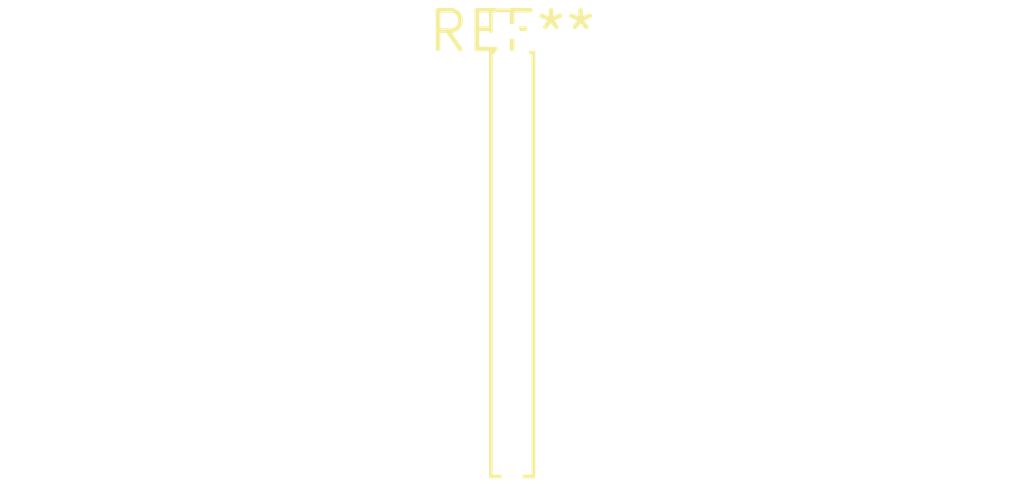
<source format=kicad_pcb>
(kicad_pcb (version 20240108) (generator pcbnew)
  (layers (0 "F.Cu" signal) (31 "B.Cu" signal) (34 "B.Paste" user) (35 "F.Paste" user) (36 "B.SilkS" user "B.Silkscreen") (37 "F.SilkS" user "F.Silkscreen") (38 "B.Mask" user) (39 "F.Mask" user) (44 "Edge.Cuts" user))
  (net 0 "")
  (footprint "PinHeader_1x15_P1.00mm_Vertical" (layer "F.Cu") (at 0 0)
    (property "Reference" "REF**")
    (property "Value" "PinHeader_1x15_P1.00mm_Vertical")
    (fp_line (start -0.695 -0.685) (end 0 -0.685) (layer "F.SilkS") (stroke (width 0.12)))
    (fp_line (start -0.695 0) (end -0.695 -0.685) (layer "F.SilkS") (stroke (width 0.12)))
    (fp_line (start -0.695 0.685) (end -0.695 14.56) (layer "F.SilkS") (stroke (width 0.12)))
    (fp_line (start -0.695 0.685) (end -0.608276 0.685) (layer "F.SilkS") (stroke (width 0.12)))
    (fp_line (start -0.695 14.56) (end -0.394493 14.56) (layer "F.SilkS") (stroke (width 0.12)))
    (fp_line (start 0.394493 14.56) (end 0.695 14.56) (layer "F.SilkS") (stroke (width 0.12)))
    (fp_line (start 0.608276 0.685) (end 0.695 0.685) (layer "F.SilkS") (stroke (width 0.12)))
    (fp_line (start 0.695 0.685) (end 0.695 14.56) (layer "F.SilkS") (stroke (width 0.12)))
    (pad "1" thru_hole rect (at 0 0) (size 0.85 0.85) (drill 0.5) (layers *.Cu *.Mask) (remove_unused_layers))
    (pad "2" thru_hole oval (at 0 1) (size 0.85 0.85) (drill 0.5) (layers *.Cu *.Mask) (remove_unused_layers))
    (pad "3" thru_hole oval (at 0 2) (size 0.85 0.85) (drill 0.5) (layers *.Cu *.Mask) (remove_unused_layers))
    (pad "4" thru_hole oval (at 0 3) (size 0.85 0.85) (drill 0.5) (layers *.Cu *.Mask) (remove_unused_layers))
    (pad "5" thru_hole oval (at 0 4) (size 0.85 0.85) (drill 0.5) (layers *.Cu *.Mask) (remove_unused_layers))
    (pad "6" thru_hole oval (at 0 5) (size 0.85 0.85) (drill 0.5) (layers *.Cu *.Mask) (remove_unused_layers))
    (pad "7" thru_hole oval (at 0 6) (size 0.85 0.85) (drill 0.5) (layers *.Cu *.Mask) (remove_unused_layers))
    (pad "8" thru_hole oval (at 0 7) (size 0.85 0.85) (drill 0.5) (layers *.Cu *.Mask) (remove_unused_layers))
    (pad "9" thru_hole oval (at 0 8) (size 0.85 0.85) (drill 0.5) (layers *.Cu *.Mask) (remove_unused_layers))
    (pad "10" thru_hole oval (at 0 9) (size 0.85 0.85) (drill 0.5) (layers *.Cu *.Mask) (remove_unused_layers))
    (pad "11" thru_hole oval (at 0 10) (size 0.85 0.85) (drill 0.5) (layers *.Cu *.Mask) (remove_unused_layers))
    (pad "12" thru_hole oval (at 0 11) (size 0.85 0.85) (drill 0.5) (layers *.Cu *.Mask) (remove_unused_layers))
    (pad "13" thru_hole oval (at 0 12) (size 0.85 0.85) (drill 0.5) (layers *.Cu *.Mask) (remove_unused_layers))
    (pad "14" thru_hole oval (at 0 13) (size 0.85 0.85) (drill 0.5) (layers *.Cu *.Mask) (remove_unused_layers))
    (pad "15" thru_hole oval (at 0 14) (size 0.85 0.85) (drill 0.5) (layers *.Cu *.Mask) (remove_unused_layers))
  )
)
</source>
